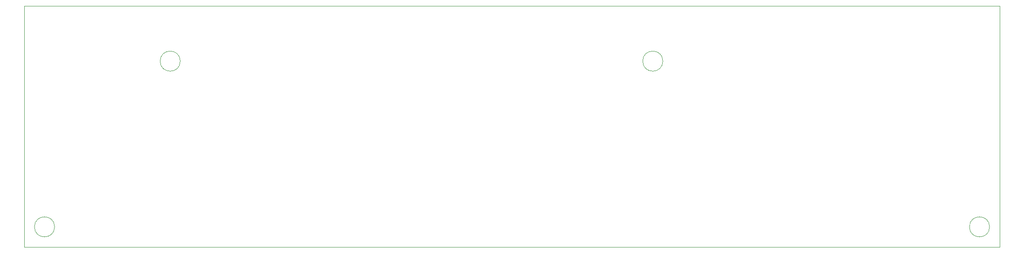
<source format=gbr>
%TF.GenerationSoftware,KiCad,Pcbnew,(5.1.9)-1*%
%TF.CreationDate,2021-03-13T15:06:10+01:00*%
%TF.ProjectId,Microcontroller,4d696372-6f63-46f6-9e74-726f6c6c6572,rev?*%
%TF.SameCoordinates,Original*%
%TF.FileFunction,Profile,NP*%
%FSLAX46Y46*%
G04 Gerber Fmt 4.6, Leading zero omitted, Abs format (unit mm)*
G04 Created by KiCad (PCBNEW (5.1.9)-1) date 2021-03-13 15:06:10*
%MOMM*%
%LPD*%
G01*
G04 APERTURE LIST*
%TA.AperFunction,Profile*%
%ADD10C,0.010000*%
%TD*%
G04 APERTURE END LIST*
D10*
X229690000Y-104290000D02*
X229690000Y-152290000D01*
X162690000Y-115290000D02*
G75*
G03*
X162690000Y-115290000I-2000000J0D01*
G01*
X229690000Y-152290000D02*
X35690000Y-152290000D01*
X66690000Y-115290000D02*
G75*
G03*
X66690000Y-115290000I-2000000J0D01*
G01*
X41690000Y-148290000D02*
G75*
G03*
X41690000Y-148290000I-2000000J0D01*
G01*
X35690000Y-104290000D02*
X229690000Y-104290000D01*
X35690000Y-152290000D02*
X35690000Y-104290000D01*
X227690000Y-148290000D02*
G75*
G03*
X227690000Y-148290000I-2000000J0D01*
G01*
M02*

</source>
